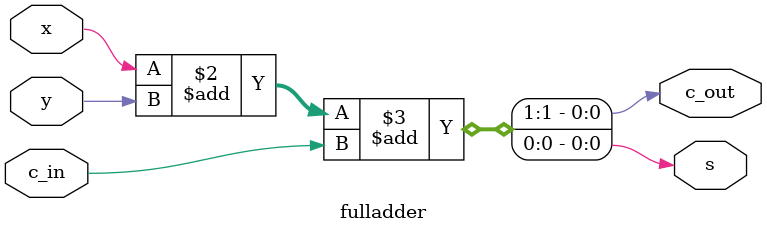
<source format=v>
module fulladder (  
input x , y , c_in ,
output reg s , c_out
);

always @ (*)
  begin 
    {c_out , s} = x + y + c_in  ;
  end
endmodule

</source>
